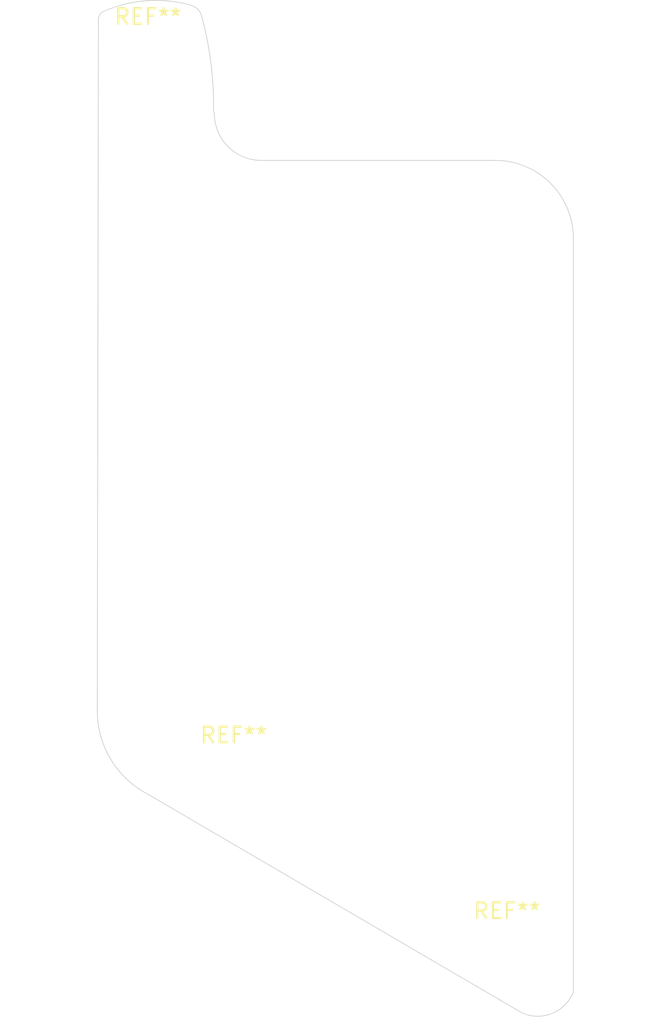
<source format=kicad_pcb>
(kicad_pcb (version 20171130) (host pcbnew 5.1.8)

  (general
    (thickness 1.6)
    (drawings 13)
    (tracks 0)
    (zones 0)
    (modules 3)
    (nets 1)
  )

  (page A4)
  (layers
    (0 F.Cu signal)
    (31 B.Cu signal)
    (32 B.Adhes user)
    (33 F.Adhes user)
    (34 B.Paste user)
    (35 F.Paste user)
    (36 B.SilkS user)
    (37 F.SilkS user)
    (38 B.Mask user)
    (39 F.Mask user)
    (40 Dwgs.User user)
    (41 Cmts.User user)
    (42 Eco1.User user)
    (43 Eco2.User user)
    (44 Edge.Cuts user)
    (45 Margin user)
    (46 B.CrtYd user)
    (47 F.CrtYd user)
    (48 B.Fab user)
    (49 F.Fab user)
  )

  (setup
    (last_trace_width 0.25)
    (trace_clearance 0.2)
    (zone_clearance 0.508)
    (zone_45_only no)
    (trace_min 0.2)
    (via_size 0.8)
    (via_drill 0.4)
    (via_min_size 0.4)
    (via_min_drill 0.3)
    (uvia_size 0.3)
    (uvia_drill 0.1)
    (uvias_allowed no)
    (uvia_min_size 0.2)
    (uvia_min_drill 0.1)
    (edge_width 0.05)
    (segment_width 0.2)
    (pcb_text_width 0.3)
    (pcb_text_size 1.5 1.5)
    (mod_edge_width 0.12)
    (mod_text_size 1 1)
    (mod_text_width 0.15)
    (pad_size 4 4)
    (pad_drill 4)
    (pad_to_mask_clearance 0)
    (aux_axis_origin 0 0)
    (visible_elements FFFFFF7F)
    (pcbplotparams
      (layerselection 0x010f0_ffffffff)
      (usegerberextensions false)
      (usegerberattributes true)
      (usegerberadvancedattributes true)
      (creategerberjobfile true)
      (excludeedgelayer true)
      (linewidth 0.100000)
      (plotframeref false)
      (viasonmask false)
      (mode 1)
      (useauxorigin false)
      (hpglpennumber 1)
      (hpglpenspeed 20)
      (hpglpendiameter 15.000000)
      (psnegative false)
      (psa4output false)
      (plotreference true)
      (plotvalue true)
      (plotinvisibletext false)
      (padsonsilk false)
      (subtractmaskfromsilk false)
      (outputformat 1)
      (mirror false)
      (drillshape 0)
      (scaleselection 1)
      (outputdirectory "../production files/gerbers/"))
  )

  (net 0 "")

  (net_class Default "This is the default net class."
    (clearance 0.2)
    (trace_width 0.25)
    (via_dia 0.8)
    (via_drill 0.4)
    (uvia_dia 0.3)
    (uvia_drill 0.1)
  )

  (net_class Power ""
    (clearance 0.2)
    (trace_width 0.381)
    (via_dia 0.8)
    (via_drill 0.4)
    (uvia_dia 0.3)
    (uvia_drill 0.1)
  )

  (net_class TRRSData ""
    (clearance 0.2)
    (trace_width 0.381)
    (via_dia 0.8)
    (via_drill 0.4)
    (uvia_dia 0.3)
    (uvia_drill 0.1)
  )

  (module MountingHole:MountingHole_2.2mm_M2 (layer F.Cu) (tedit 56D1B4CB) (tstamp 5FBD5920)
    (at 177.75 66.75)
    (descr "Mounting Hole 2.2mm, no annular, M2")
    (tags "mounting hole 2.2mm no annular m2")
    (attr virtual)
    (fp_text reference REF** (at 0 -3.2) (layer F.SilkS)
      (effects (font (size 1 1) (thickness 0.15)))
    )
    (fp_text value MountingHole_2.2mm_M2 (at 0 3.2) (layer F.Fab)
      (effects (font (size 1 1) (thickness 0.15)))
    )
    (fp_text user %R (at 0.3 0) (layer F.Fab)
      (effects (font (size 1 1) (thickness 0.15)))
    )
    (fp_circle (center 0 0) (end 2.2 0) (layer Cmts.User) (width 0.15))
    (fp_circle (center 0 0) (end 2.45 0) (layer F.CrtYd) (width 0.05))
    (pad 1 np_thru_hole circle (at 0 0) (size 2.2 2.2) (drill 2.2) (layers *.Cu *.Mask))
  )

  (module MountingHole:MountingHole_2.2mm_M2 (layer F.Cu) (tedit 56D1B4CB) (tstamp 5FBD5903)
    (at 200.75 124)
    (descr "Mounting Hole 2.2mm, no annular, M2")
    (tags "mounting hole 2.2mm no annular m2")
    (attr virtual)
    (fp_text reference REF** (at 0 -3.2) (layer F.SilkS)
      (effects (font (size 1 1) (thickness 0.15)))
    )
    (fp_text value MountingHole_2.2mm_M2 (at 0 3.2) (layer F.Fab)
      (effects (font (size 1 1) (thickness 0.15)))
    )
    (fp_text user %R (at 0.3 0) (layer F.Fab)
      (effects (font (size 1 1) (thickness 0.15)))
    )
    (fp_circle (center 0 0) (end 2.2 0) (layer Cmts.User) (width 0.15))
    (fp_circle (center 0 0) (end 2.45 0) (layer F.CrtYd) (width 0.05))
    (pad 1 np_thru_hole circle (at 0 0) (size 2.2 2.2) (drill 2.2) (layers *.Cu *.Mask))
  )

  (module MountingHole:MountingHole_2.2mm_M2 (layer F.Cu) (tedit 56D1B4CB) (tstamp 5FBD58E6)
    (at 183.25 112.75)
    (descr "Mounting Hole 2.2mm, no annular, M2")
    (tags "mounting hole 2.2mm no annular m2")
    (attr virtual)
    (fp_text reference REF** (at 0 -3.2) (layer F.SilkS)
      (effects (font (size 1 1) (thickness 0.15)))
    )
    (fp_text value MountingHole_2.2mm_M2 (at 0 3.2) (layer F.Fab)
      (effects (font (size 1 1) (thickness 0.15)))
    )
    (fp_text user %R (at 0.3 0) (layer F.Fab)
      (effects (font (size 1 1) (thickness 0.15)))
    )
    (fp_circle (center 0 0) (end 2.2 0) (layer Cmts.User) (width 0.15))
    (fp_circle (center 0 0) (end 2.45 0) (layer F.CrtYd) (width 0.05))
    (pad 1 np_thru_hole circle (at 0 0) (size 2.2 2.2) (drill 2.2) (layers *.Cu *.Mask))
  )

  (gr_arc (start 180.25 63.75) (end 181.186257 63.517281) (angle -62.00497805) (layer Edge.Cuts) (width 0.05))
  (gr_arc (start 175.25 63.75) (end 174.76357 63.279079) (angle -44.07189471) (layer Edge.Cuts) (width 0.05))
  (gr_arc (start 178.25 70.75) (end 180.483986 62.814059) (angle -40.73893014) (layer Edge.Cuts) (width 0.05))
  (gr_arc (start 202.713892 125.085557) (end 201.713893 127.335556) (angle -92.16107949) (layer Edge.Cuts) (width 0.05))
  (gr_line (start 177.692674 113.302727) (end 201.713893 127.335556) (layer Edge.Cuts) (width 0.05))
  (gr_arc (start 180.5 108) (end 174.5 108) (angle -62.10272897) (layer Edge.Cuts) (width 0.05))
  (gr_line (start 174.572962 63.75) (end 174.5 108) (layer Edge.Cuts) (width 0.05))
  (gr_arc (start 200 77.75) (end 205 77.75) (angle -90) (layer Edge.Cuts) (width 0.05))
  (gr_line (start 181.949314 69.605711) (end 182 69.75) (layer Edge.Cuts) (width 0.05) (tstamp 5FB41F40))
  (gr_arc (start 185 69.75) (end 182 69.75) (angle -90) (layer Edge.Cuts) (width 0.05))
  (gr_line (start 205 77.75) (end 205 126) (layer Edge.Cuts) (width 0.05))
  (gr_line (start 185 72.75) (end 200 72.75) (layer Edge.Cuts) (width 0.05))
  (gr_arc (start 159.974067 69.267811) (end 181.949314 69.605711) (angle -16.04899784) (layer Edge.Cuts) (width 0.05))

)

</source>
